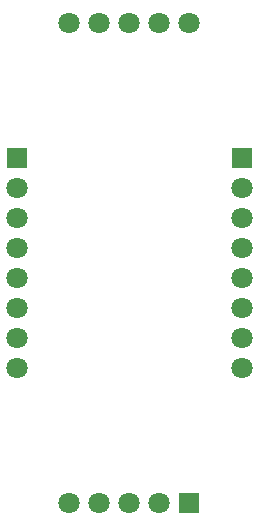
<source format=gbs>
G04 (created by PCBNEW (2013-07-07 BZR 4022)-stable) date 08/06/2014 17:08:36*
%MOIN*%
G04 Gerber Fmt 3.4, Leading zero omitted, Abs format*
%FSLAX34Y34*%
G01*
G70*
G90*
G04 APERTURE LIST*
%ADD10C,0.00590551*%
%ADD11R,0.070748X0.070748*%
%ADD12C,0.070748*%
%ADD13C,0.0708661*%
G04 APERTURE END LIST*
G54D10*
G54D11*
X46250Y-46500D03*
G54D12*
X46250Y-47500D03*
X46250Y-48500D03*
X46250Y-49500D03*
X46250Y-50500D03*
X46250Y-51500D03*
X46250Y-52500D03*
X46250Y-53500D03*
G54D11*
X53750Y-46500D03*
G54D12*
X53750Y-47500D03*
X53750Y-48500D03*
X53750Y-49500D03*
X53750Y-50500D03*
X53750Y-51500D03*
X53750Y-52500D03*
X53750Y-53500D03*
G54D11*
X52000Y-58000D03*
G54D12*
X51000Y-58000D03*
X50000Y-58000D03*
X49000Y-58000D03*
X48000Y-58000D03*
X48000Y-42000D03*
X49000Y-42000D03*
X50000Y-42000D03*
G54D13*
X51000Y-42000D03*
X52000Y-42000D03*
M02*

</source>
